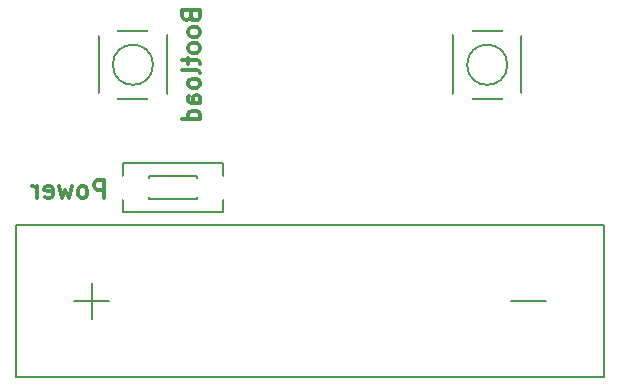
<source format=gbo>
G04 #@! TF.FileFunction,Legend,Bot*
%FSLAX46Y46*%
G04 Gerber Fmt 4.6, Leading zero omitted, Abs format (unit mm)*
G04 Created by KiCad (PCBNEW 4.0.0-rc1-stable) date 15/10/2016 23:43:45*
%MOMM*%
G01*
G04 APERTURE LIST*
%ADD10C,0.100000*%
%ADD11C,0.300000*%
%ADD12C,0.200000*%
%ADD13C,2.000000*%
%ADD14C,1.600000*%
%ADD15C,1.000000*%
%ADD16C,1.000000*%
%ADD17R,3.000000X3.000000*%
G04 APERTURE END LIST*
D10*
D11*
X106892857Y-90792857D02*
X106964286Y-91007143D01*
X107035714Y-91078571D01*
X107178571Y-91150000D01*
X107392857Y-91150000D01*
X107535714Y-91078571D01*
X107607143Y-91007143D01*
X107678571Y-90864285D01*
X107678571Y-90292857D01*
X106178571Y-90292857D01*
X106178571Y-90792857D01*
X106250000Y-90935714D01*
X106321429Y-91007143D01*
X106464286Y-91078571D01*
X106607143Y-91078571D01*
X106750000Y-91007143D01*
X106821429Y-90935714D01*
X106892857Y-90792857D01*
X106892857Y-90292857D01*
X107678571Y-92007143D02*
X107607143Y-91864285D01*
X107535714Y-91792857D01*
X107392857Y-91721428D01*
X106964286Y-91721428D01*
X106821429Y-91792857D01*
X106750000Y-91864285D01*
X106678571Y-92007143D01*
X106678571Y-92221428D01*
X106750000Y-92364285D01*
X106821429Y-92435714D01*
X106964286Y-92507143D01*
X107392857Y-92507143D01*
X107535714Y-92435714D01*
X107607143Y-92364285D01*
X107678571Y-92221428D01*
X107678571Y-92007143D01*
X107678571Y-93364286D02*
X107607143Y-93221428D01*
X107535714Y-93150000D01*
X107392857Y-93078571D01*
X106964286Y-93078571D01*
X106821429Y-93150000D01*
X106750000Y-93221428D01*
X106678571Y-93364286D01*
X106678571Y-93578571D01*
X106750000Y-93721428D01*
X106821429Y-93792857D01*
X106964286Y-93864286D01*
X107392857Y-93864286D01*
X107535714Y-93792857D01*
X107607143Y-93721428D01*
X107678571Y-93578571D01*
X107678571Y-93364286D01*
X106678571Y-94292857D02*
X106678571Y-94864286D01*
X106178571Y-94507143D02*
X107464286Y-94507143D01*
X107607143Y-94578571D01*
X107678571Y-94721429D01*
X107678571Y-94864286D01*
X107678571Y-95578572D02*
X107607143Y-95435714D01*
X107464286Y-95364286D01*
X106178571Y-95364286D01*
X107678571Y-96364286D02*
X107607143Y-96221428D01*
X107535714Y-96150000D01*
X107392857Y-96078571D01*
X106964286Y-96078571D01*
X106821429Y-96150000D01*
X106750000Y-96221428D01*
X106678571Y-96364286D01*
X106678571Y-96578571D01*
X106750000Y-96721428D01*
X106821429Y-96792857D01*
X106964286Y-96864286D01*
X107392857Y-96864286D01*
X107535714Y-96792857D01*
X107607143Y-96721428D01*
X107678571Y-96578571D01*
X107678571Y-96364286D01*
X107678571Y-98150000D02*
X106892857Y-98150000D01*
X106750000Y-98078571D01*
X106678571Y-97935714D01*
X106678571Y-97650000D01*
X106750000Y-97507143D01*
X107607143Y-98150000D02*
X107678571Y-98007143D01*
X107678571Y-97650000D01*
X107607143Y-97507143D01*
X107464286Y-97435714D01*
X107321429Y-97435714D01*
X107178571Y-97507143D01*
X107107143Y-97650000D01*
X107107143Y-98007143D01*
X107035714Y-98150000D01*
X107678571Y-99507143D02*
X106178571Y-99507143D01*
X107607143Y-99507143D02*
X107678571Y-99364286D01*
X107678571Y-99078572D01*
X107607143Y-98935714D01*
X107535714Y-98864286D01*
X107392857Y-98792857D01*
X106964286Y-98792857D01*
X106821429Y-98864286D01*
X106750000Y-98935714D01*
X106678571Y-99078572D01*
X106678571Y-99364286D01*
X106750000Y-99507143D01*
X99564285Y-106178571D02*
X99564285Y-104678571D01*
X98992857Y-104678571D01*
X98849999Y-104750000D01*
X98778571Y-104821429D01*
X98707142Y-104964286D01*
X98707142Y-105178571D01*
X98778571Y-105321429D01*
X98849999Y-105392857D01*
X98992857Y-105464286D01*
X99564285Y-105464286D01*
X97849999Y-106178571D02*
X97992857Y-106107143D01*
X98064285Y-106035714D01*
X98135714Y-105892857D01*
X98135714Y-105464286D01*
X98064285Y-105321429D01*
X97992857Y-105250000D01*
X97849999Y-105178571D01*
X97635714Y-105178571D01*
X97492857Y-105250000D01*
X97421428Y-105321429D01*
X97349999Y-105464286D01*
X97349999Y-105892857D01*
X97421428Y-106035714D01*
X97492857Y-106107143D01*
X97635714Y-106178571D01*
X97849999Y-106178571D01*
X96849999Y-105178571D02*
X96564285Y-106178571D01*
X96278571Y-105464286D01*
X95992856Y-106178571D01*
X95707142Y-105178571D01*
X94564285Y-106107143D02*
X94707142Y-106178571D01*
X94992856Y-106178571D01*
X95135713Y-106107143D01*
X95207142Y-105964286D01*
X95207142Y-105392857D01*
X95135713Y-105250000D01*
X94992856Y-105178571D01*
X94707142Y-105178571D01*
X94564285Y-105250000D01*
X94492856Y-105392857D01*
X94492856Y-105535714D01*
X95207142Y-105678571D01*
X93849999Y-106178571D02*
X93849999Y-105178571D01*
X93849999Y-105464286D02*
X93778571Y-105321429D01*
X93707142Y-105250000D01*
X93564285Y-105178571D01*
X93421428Y-105178571D01*
D12*
X141900000Y-108500000D02*
X92100000Y-108500000D01*
X92100000Y-108500000D02*
X92100000Y-121300000D01*
X92100000Y-121300000D02*
X141900000Y-121300000D01*
X141900000Y-121300000D02*
X141900000Y-108500000D01*
X137000000Y-114900000D02*
X134000000Y-114900000D01*
X97000000Y-114900000D02*
X100000000Y-114900000D01*
X98500000Y-113400000D02*
X98500000Y-116400000D01*
X101200000Y-107350000D02*
X109600000Y-107350000D01*
X109600000Y-107350000D02*
X109600000Y-103250000D01*
X109600000Y-103250000D02*
X101200000Y-103250000D01*
X101200000Y-103250000D02*
X101200000Y-107350000D01*
X103400000Y-106300000D02*
X107400000Y-106300000D01*
X107400000Y-106300000D02*
X107400000Y-104300000D01*
X107400000Y-104300000D02*
X103400000Y-104300000D01*
X103400000Y-104300000D02*
X103400000Y-106300000D01*
X99100000Y-92000000D02*
X99100000Y-97800000D01*
X99100000Y-97800000D02*
X104900000Y-97800000D01*
X104900000Y-97800000D02*
X104900000Y-92000000D01*
X104900000Y-92000000D02*
X99100000Y-92000000D01*
X103700000Y-94900000D02*
G75*
G03X103700000Y-94900000I-1700000J0D01*
G01*
X129100000Y-92000000D02*
X129100000Y-97800000D01*
X129100000Y-97800000D02*
X134900000Y-97800000D01*
X134900000Y-97800000D02*
X134900000Y-92000000D01*
X134900000Y-92000000D02*
X129100000Y-92000000D01*
X133700000Y-94900000D02*
G75*
G03X133700000Y-94900000I-1700000J0D01*
G01*
%LPC*%
D13*
X139350000Y-114900000D03*
X94650000Y-114900000D03*
D14*
X105400000Y-105300000D03*
X103400000Y-105300000D03*
X107400000Y-105300000D03*
D13*
X109500000Y-105300000D03*
X101300000Y-105300000D03*
D15*
X143809504Y-118909754D02*
X144033042Y-118797814D01*
X145802032Y-122888740D02*
X146025570Y-122776800D01*
X145328237Y-115968398D02*
X146132975Y-115565414D01*
X149067025Y-123434586D02*
X149871763Y-123031602D01*
D16*
X131365000Y-111940000D03*
X132381000Y-106860000D03*
X130349000Y-106860000D03*
D13*
X99750000Y-91650000D03*
X104250000Y-91650000D03*
X104250000Y-98150000D03*
X99750000Y-98150000D03*
X129750000Y-91650000D03*
X134250000Y-91650000D03*
X134250000Y-98150000D03*
X129750000Y-98150000D03*
D17*
X114500000Y-58500000D03*
X114500000Y-65500000D03*
X114500000Y-72500000D03*
X114500000Y-79500000D03*
X119500000Y-79500000D03*
X119500000Y-72500000D03*
X119500000Y-65500000D03*
X119500000Y-58500000D03*
M02*

</source>
